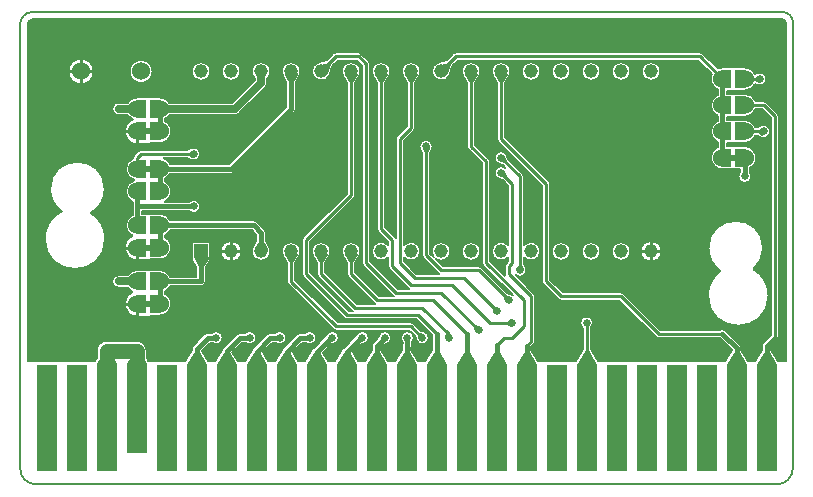
<source format=gbr>
G04 DesignSpark PCB PRO Gerber Version 10.0 Build 5299*
G04 #@! TF.Part,Single*
G04 #@! TF.FileFunction,Copper,L1,Top*
G04 #@! TF.FilePolarity,Positive*
%FSLAX35Y35*%
%MOIN*%
G04 #@! TA.AperFunction,SMDPad,CuDef*
%ADD29R,0.06693X0.29528*%
%ADD28R,0.06693X0.35433*%
%AMT74*0 Bullet Pad at angle 90*21,1,0.06000,0.03000,0,0,90*%
%ADD74T74*%
%ADD77R,0.04000X0.02200*%
G04 #@! TA.AperFunction,ComponentPad*
%ADD72R,0.04559X0.04559*%
G04 #@! TD.AperFunction*
%ADD15C,0.00500*%
%ADD23C,0.01000*%
%ADD24C,0.01500*%
%ADD26C,0.02500*%
G04 #@! TA.AperFunction,ViaPad*
%ADD27C,0.02677*%
%ADD25C,0.03200*%
G04 #@! TA.AperFunction,ComponentPad*
%ADD73C,0.04559*%
G04 #@! TD.AperFunction*
%ADD22C,0.05000*%
%ADD75C,0.06000*%
G04 #@! TA.AperFunction,SMDPad,CuDef*
%AMT76*0 Bullet Pad at angle 270*21,1,0.06000,0.03000,0,0,270*%
%ADD76T76*%
G04 #@! TD.AperFunction*
X0Y0D02*
D02*
D15*
X139815Y163109D02*
Y50734D01*
X162215D01*
G75*
G02*
X162416Y51146I3105J-1263D01*
G01*
X162813Y51835D01*
Y54228D01*
G75*
G02*
X166166Y57580I3352J0D01*
G01*
X176166D01*
G75*
G02*
X179518Y54228I0J-3352D01*
G01*
Y51835D01*
X179915Y51146D01*
G75*
G02*
X180117Y50734I-2903J-1675D01*
G01*
X192448D01*
X194563Y54397D01*
Y54841D01*
G75*
G02*
Y54844I621J1D01*
G01*
G75*
G02*
X195033Y55978I1602J1D01*
G01*
X198783Y59728D01*
G75*
G02*
X199919Y60197I1133J-1133D01*
G01*
X201168D01*
G75*
G02*
X204853Y58594I1494J-1602D01*
G01*
G75*
G02*
X201168Y56992I-2191J0D01*
G01*
X200580D01*
X197847Y54260D01*
X199883Y50734D01*
X202448D01*
X204602Y54463D01*
G75*
G02*
X205033Y55249I1564J-348D01*
G01*
X209511Y59728D01*
G75*
G02*
X210648Y60197I1133J-1133D01*
G01*
X212418D01*
G75*
G02*
X216103Y58594I1494J-1602D01*
G01*
G75*
G02*
X212418Y56992I-2191J0D01*
G01*
X211308D01*
X208114Y53798D01*
X209883Y50734D01*
X212448D01*
X214719Y54667D01*
G75*
G02*
X215035Y55113I1446J-689D01*
G01*
X219647Y59726D01*
G75*
G02*
X220782Y60197I1135J-1131D01*
G01*
X222418D01*
G75*
G02*
X226103Y58594I1494J-1602D01*
G01*
G75*
G02*
X222418Y56992I-2191J0D01*
G01*
X221446D01*
X218165Y53711D01*
X219883Y50734D01*
X222448D01*
X224719Y54667D01*
G75*
G02*
X225035Y55113I1446J-689D01*
G01*
X229647Y59726D01*
G75*
G02*
X230782Y60197I1135J-1131D01*
G01*
X232418D01*
G75*
G02*
X236103Y58594I1494J-1602D01*
G01*
G75*
G02*
X232418Y56992I-2191J0D01*
G01*
X231446D01*
X228165Y53711D01*
X229883Y50734D01*
X232448D01*
X234778Y54769D01*
G75*
G02*
X235307Y55320I1388J-802D01*
G01*
X239367Y59380D01*
G75*
G02*
X243603Y58594I2045J-786D01*
G01*
G75*
G02*
X240967Y56449I-2191J0D01*
G01*
X238188Y53670D01*
X239883Y50734D01*
X242448D01*
X244778Y54769D01*
G75*
G02*
X245260Y55290I1388J-801D01*
G01*
X249377Y59406D01*
G75*
G02*
X253603Y58594I2035J-812D01*
G01*
G75*
G02*
X250954Y56452I-2191J0D01*
G01*
X248182Y53680D01*
X249883Y50734D01*
X252448D01*
X254563Y54397D01*
Y55848D01*
G75*
G02*
X255035Y56983I1602J0D01*
G01*
X256722Y58671D01*
G75*
G02*
X261103Y58594I2190J-76D01*
G01*
G75*
G02*
X258988Y56405I-2191J0D01*
G01*
X257768Y55185D01*
Y54397D01*
X259883Y50734D01*
X262448D01*
X264563Y54397D01*
Y56089D01*
G75*
G02*
Y56093I878J2D01*
G01*
G75*
G02*
Y56094I796J1D01*
G01*
G75*
G02*
X264809Y56948I1602J0D01*
G01*
Y57100D01*
G75*
G02*
X267825Y60269I1602J1494D01*
G01*
X267102Y60992D01*
X242662D01*
G75*
G02*
X241704Y61389I0J1352D01*
G01*
X226717Y76377D01*
G75*
G02*
X226319Y77335I955J957D01*
G01*
Y83457D01*
X224976Y85783D01*
G75*
G02*
X224540Y87378I2696J1594D01*
G01*
G75*
G02*
X230804I3132J0D01*
G01*
G75*
G02*
X230367Y85783I-3132J0D01*
G01*
X229024Y83457D01*
Y77895D01*
X243222Y63697D01*
X267662D01*
G75*
G02*
X268619Y63300I0J-1352D01*
G01*
X270926Y60993D01*
X271979Y60711D01*
G75*
G02*
X272016Y60700I-352J-1309D01*
G01*
G75*
G02*
X273603Y58594I-604J-2106D01*
G01*
G75*
G02*
X269306Y57990I-2191J0D01*
G01*
G75*
G02*
X269295Y58028I1298J389D01*
G01*
X269013Y59080D01*
X268086Y60008D01*
G75*
G02*
X268014Y57100I-1674J-1413D01*
G01*
Y56346D01*
G75*
G02*
Y56342I-878J-2D01*
G01*
G75*
G02*
Y56341I-796J0D01*
G01*
G75*
G02*
X267768Y55487I-1602J0D01*
G01*
Y54397D01*
X269883Y50734D01*
X272448D01*
X274563Y54397D01*
Y59534D01*
X269356Y64742D01*
X246412D01*
G75*
G02*
X245454Y65139I0J1352D01*
G01*
X231707Y78887D01*
G75*
G02*
X231309Y79844I955J957D01*
G01*
Y91094D01*
G75*
G02*
X231707Y92052I1352J0D01*
G01*
X246319Y106665D01*
Y143457D01*
X244976Y145783D01*
G75*
G02*
X244540Y147378I2696J1594D01*
G01*
G75*
G02*
X250804I3132J0D01*
G01*
G75*
G02*
X250367Y145783I-3132J0D01*
G01*
X249024Y143457D01*
Y106104D01*
G75*
G02*
X248627Y105147I-1352J0D01*
G01*
X234014Y90534D01*
Y80405D01*
X246972Y67447D01*
X248206D01*
G75*
G02*
X247964Y67639I715J1148D01*
G01*
X236717Y78887D01*
G75*
G02*
X236319Y79844I955J957D01*
G01*
Y83457D01*
X234976Y85783D01*
G75*
G02*
X234540Y87378I2696J1594D01*
G01*
G75*
G02*
X240804I3132J0D01*
G01*
G75*
G02*
X240367Y85783I-3132J0D01*
G01*
X239024Y83457D01*
Y80405D01*
X249482Y69947D01*
X255706D01*
G75*
G02*
X255464Y70139I715J1148D01*
G01*
X246717Y78887D01*
G75*
G02*
X246319Y79844I955J957D01*
G01*
Y83457D01*
X244976Y85783D01*
G75*
G02*
X244540Y87378I2696J1594D01*
G01*
G75*
G02*
X250804I3132J0D01*
G01*
G75*
G02*
X250367Y85783I-3132J0D01*
G01*
X249024Y83457D01*
Y80405D01*
X256982Y72447D01*
X261946D01*
G75*
G02*
X261704Y72639I715J1148D01*
G01*
X251707Y82637D01*
G75*
G02*
X251309Y83594I955J957D01*
G01*
Y149284D01*
X249602Y150992D01*
X243198D01*
X241401Y149194D01*
X240697Y146567D01*
G75*
G02*
X240694Y146555I-1187J300D01*
G01*
G75*
G02*
X234540Y147378I-3022J823D01*
G01*
G75*
G02*
X236849Y150400I3132J0D01*
G01*
G75*
G02*
X236861Y150403I406J-1549D01*
G01*
X239488Y151107D01*
X241681Y153300D01*
G75*
G02*
X242638Y153697I957J-955D01*
G01*
X250162D01*
G75*
G02*
X251119Y153300I0J-1352D01*
G01*
X253617Y150802D01*
G75*
G02*
X254014Y149844I-955J-957D01*
G01*
Y84155D01*
X263222Y74947D01*
X266946D01*
G75*
G02*
X266704Y75139I715J1148D01*
G01*
X260457Y81387D01*
G75*
G02*
X260059Y82344I955J957D01*
G01*
Y85351D01*
G75*
G02*
X254540Y87378I-2388J2027D01*
G01*
G75*
G02*
X260059Y89405I3132J0D01*
G01*
Y90534D01*
X256717Y93877D01*
G75*
G02*
X256319Y94835I955J957D01*
G01*
Y143457D01*
X254976Y145783D01*
G75*
G02*
X254540Y147378I2696J1594D01*
G01*
G75*
G02*
X260804I3132J0D01*
G01*
G75*
G02*
X260367Y145783I-3132J0D01*
G01*
X259024Y143457D01*
Y95395D01*
X262367Y92052D01*
G75*
G02*
X262559Y91810I-956J-957D01*
G01*
Y124844D01*
G75*
G02*
X262957Y125802I1352J0D01*
G01*
X266319Y129165D01*
Y143457D01*
X264976Y145783D01*
G75*
G02*
X264540Y147378I2696J1594D01*
G01*
G75*
G02*
X270804I3132J0D01*
G01*
G75*
G02*
X270367Y145783I-3132J0D01*
G01*
X269024Y143457D01*
Y128604D01*
G75*
G02*
X268627Y127647I-1352J0D01*
G01*
X265264Y124284D01*
Y89381D01*
G75*
G02*
X270804Y87378I2407J-2003D01*
G01*
G75*
G02*
X265264Y85375I-3132J0D01*
G01*
Y84155D01*
X269472Y79947D01*
X276946D01*
G75*
G02*
X276704Y80139I715J1148D01*
G01*
X271707Y85137D01*
G75*
G02*
X271309Y86094I955J957D01*
G01*
Y120305D01*
X270764Y121249D01*
G75*
G02*
X270742Y121288I1167J680D01*
G01*
G75*
G02*
X270471Y122344I1920J1056D01*
G01*
Y122344D01*
G75*
G02*
X274853I2191J0D01*
G01*
Y122344D01*
G75*
G02*
X274581Y121288I-2191J0D01*
G01*
G75*
G02*
X274559Y121249I-1189J640D01*
G01*
X274014Y120305D01*
Y86655D01*
X275155Y85514D01*
G75*
G02*
X274540Y87378I2517J1864D01*
G01*
G75*
G02*
X280804I3132J0D01*
G01*
G75*
G02*
X275808Y84861I-3132J0D01*
G01*
X278222Y82447D01*
X290162D01*
G75*
G02*
X291119Y82050I0J-1352D01*
G01*
X299676Y73493D01*
X300729Y73211D01*
G75*
G02*
X300766Y73200I-352J-1309D01*
G01*
G75*
G02*
X301576Y72769I-604J-2106D01*
G01*
X291707Y82637D01*
G75*
G02*
X291309Y83594I955J957D01*
G01*
Y116784D01*
X286717Y121377D01*
G75*
G02*
X286319Y122335I955J957D01*
G01*
Y143457D01*
X284976Y145783D01*
G75*
G02*
X284540Y147378I2696J1594D01*
G01*
G75*
G02*
X290804I3132J0D01*
G01*
G75*
G02*
X290367Y145783I-3132J0D01*
G01*
X289024Y143457D01*
Y122895D01*
X293617Y118302D01*
G75*
G02*
X294014Y117344I-955J-957D01*
G01*
Y84155D01*
X298978Y79191D01*
G75*
G02*
X298809Y79844I1184J654D01*
G01*
Y82344D01*
G75*
G02*
X299207Y83302I1352J0D01*
G01*
X300059Y84155D01*
Y85351D01*
G75*
G02*
X294540Y87378I-2388J2027D01*
G01*
G75*
G02*
X300059Y89405I3132J0D01*
G01*
Y109284D01*
X298148Y111196D01*
X297095Y111478D01*
G75*
G02*
X297057Y111489I352J1309D01*
G01*
G75*
G02*
X295471Y113594I604J2106D01*
G01*
G75*
G02*
X299076Y115268I2191J0D01*
G01*
X298148Y116196D01*
X297095Y116478D01*
G75*
G02*
X297057Y116489I352J1309D01*
G01*
G75*
G02*
X295471Y118594I604J2106D01*
G01*
G75*
G02*
X299768Y119199I2191J0D01*
G01*
G75*
G02*
X299778Y119161I-1298J-389D01*
G01*
X300060Y118109D01*
X304867Y113302D01*
G75*
G02*
X305264Y112344I-955J-957D01*
G01*
Y89381D01*
G75*
G02*
X310804Y87378I2407J-2003D01*
G01*
G75*
G02*
X305264Y85375I-3132J0D01*
G01*
Y83134D01*
X305809Y82190D01*
G75*
G02*
X305831Y82151I-1167J-680D01*
G01*
G75*
G02*
X306103Y81095I-1920J-1056D01*
G01*
Y81094D01*
G75*
G02*
X302498Y79420I-2191J0D01*
G01*
X308617Y73302D01*
G75*
G02*
X309014Y72344I-955J-957D01*
G01*
Y57344D01*
G75*
G02*
X308617Y56387I-1352J0D01*
G01*
X307768Y55538D01*
Y54397D01*
X309883Y50734D01*
X322487D01*
X324813Y54763D01*
Y61871D01*
G75*
G02*
X323975Y63594I1352J1724D01*
G01*
G75*
G02*
X328357I2191J0D01*
G01*
G75*
G02*
X327518Y61871I-2191J0D01*
G01*
Y54763D01*
X329844Y50734D01*
X372448D01*
X374563Y54397D01*
Y54427D01*
X370498Y58492D01*
X350162D01*
G75*
G02*
X349204Y58889I0J1352D01*
G01*
X337102Y70992D01*
X317662D01*
G75*
G02*
X316704Y71389I0J1352D01*
G01*
X311707Y76387D01*
G75*
G02*
X311309Y77344I955J957D01*
G01*
Y109294D01*
X296717Y123887D01*
G75*
G02*
X296319Y124844I955J957D01*
G01*
Y143457D01*
X294976Y145783D01*
G75*
G02*
X294540Y147378I2696J1594D01*
G01*
G75*
G02*
X300804I3132J0D01*
G01*
G75*
G02*
X300367Y145783I-3132J0D01*
G01*
X299024Y143457D01*
Y125405D01*
X313617Y110812D01*
G75*
G02*
X314014Y109854I-955J-957D01*
G01*
Y77905D01*
X318222Y73697D01*
X337662D01*
G75*
G02*
X338619Y73300I0J-1352D01*
G01*
X350722Y61197D01*
X370552D01*
G75*
G02*
X372545Y60978I859J-1352D01*
G01*
X377297Y56226D01*
G75*
G02*
X377768Y55091I-1131J-1135D01*
G01*
Y54397D01*
X379883Y50734D01*
X382448D01*
X384563Y54397D01*
Y55848D01*
G75*
G02*
X385035Y56983I1602J0D01*
G01*
X387559Y59508D01*
Y131784D01*
X384602Y134742D01*
X382519D01*
G75*
G02*
X378912Y132242I-3607J1352D01*
G01*
X373014D01*
Y131197D01*
X378912D01*
G75*
G02*
X382519Y128697I0J-3852D01*
G01*
X383122D01*
X384066Y129242D01*
G75*
G02*
X384106Y129264I680J-1167D01*
G01*
G75*
G02*
X387353Y127344I1056J-1920D01*
G01*
G75*
G02*
X384106Y125425I-2191J0D01*
G01*
G75*
G02*
X384066Y125447I640J1189D01*
G01*
X383122Y125992D01*
X382519D01*
G75*
G02*
X378912Y123492I-3607J1352D01*
G01*
X373014D01*
Y122447D01*
X378912D01*
G75*
G02*
X380514Y115091I0J-3852D01*
G01*
Y113839D01*
G75*
G02*
X381103Y112344I-1602J-1494D01*
G01*
G75*
G02*
X376721I-2191J0D01*
G01*
G75*
G02*
X377309Y113839I2191J0D01*
G01*
Y114742D01*
X371412D01*
G75*
G02*
X369809Y122098I0J3852D01*
G01*
Y123841D01*
G75*
G02*
Y130848I1602J3503D01*
G01*
Y132591D01*
G75*
G02*
Y139598I1602J3503D01*
G01*
Y141341D01*
G75*
G02*
X367905Y146439I1603J3504D01*
G01*
X363352Y150992D01*
X283222D01*
X281410Y149180D01*
X280698Y146573D01*
G75*
G02*
X274540Y147378I-3027J805D01*
G01*
G75*
G02*
X276907Y150415I3132J0D01*
G01*
X279502Y151098D01*
X281704Y153300D01*
G75*
G02*
X282662Y153697I957J-955D01*
G01*
X363912D01*
G75*
G02*
X364869Y153300I0J-1352D01*
G01*
X369817Y148352D01*
G75*
G02*
X371412Y148697I1594J-3507D01*
G01*
X378912D01*
G75*
G02*
X382392Y146497I0J-3852D01*
G01*
X382816Y146742D01*
G75*
G02*
X382856Y146764I680J-1167D01*
G01*
G75*
G02*
X386103Y144844I1056J-1920D01*
G01*
G75*
G02*
X382856Y142925I-2191J0D01*
G01*
G75*
G02*
X382816Y142947I640J1189D01*
G01*
X382392Y143192D01*
G75*
G02*
X378912Y140992I-3480J1652D01*
G01*
X373014D01*
Y139947D01*
X378912D01*
G75*
G02*
X382519Y137447I0J-3852D01*
G01*
X385162D01*
G75*
G02*
X386119Y137050I0J-1352D01*
G01*
X389867Y133302D01*
G75*
G02*
X390264Y132344I-955J-957D01*
G01*
Y59454D01*
G75*
G02*
X390045Y57461I-1352J-859D01*
G01*
X387768Y55185D01*
Y54397D01*
X389883Y50734D01*
X392516D01*
Y163602D01*
G75*
G03*
X391412Y164706I-1104J0D01*
G01*
X141412D01*
G75*
G03*
X139815Y163109I0J-1596D01*
G01*
X160927Y100191D02*
G75*
G02*
X165719Y91596I-5313J-8595D01*
G01*
G75*
G02*
X145510I-10104J0D01*
G01*
G75*
G02*
X151186Y100678I10104J0D01*
G01*
G75*
G02*
X147321Y108132I5256J7454D01*
G01*
G75*
G02*
X165561I9120J0D01*
G01*
G75*
G02*
X160927Y100191I-9120J0D01*
G01*
X153412Y147344D02*
G75*
G02*
X161912I4250J0D01*
G01*
G75*
G02*
X153412I-4250J0D01*
G01*
X200804Y85117D02*
G75*
G02*
Y85108I-1789J-4D01*
G01*
G75*
G02*
Y85098I-1841J-5D01*
G01*
G75*
G02*
Y85089I-1789J-4D01*
G01*
G75*
G02*
Y85080I-1841J-5D01*
G01*
Y84246D01*
X200559D01*
X199274Y82020D01*
Y77378D01*
G75*
G02*
X198798Y76239I-1602J0D01*
G01*
X198778Y76218D01*
G75*
G02*
X197638Y75742I-1139J1127D01*
G01*
X187415D01*
G75*
G02*
X185514Y73841I-3503J1602D01*
G01*
Y73348D01*
G75*
G02*
X183912Y65992I-1602J-3503D01*
G01*
X180662D01*
Y65594D01*
X176412D01*
G75*
G02*
X174881Y73809I0J4250D01*
G01*
G75*
G02*
X173184Y75242I1531J3535D01*
G01*
X170778D01*
G75*
G02*
X167971Y77344I-617J2102D01*
G01*
G75*
G02*
X170778Y79447I2191J0D01*
G01*
X173184D01*
G75*
G02*
X176412Y81197I3228J-2102D01*
G01*
X183912D01*
G75*
G02*
X187415Y78947I0J-3852D01*
G01*
X196069D01*
Y82020D01*
X194784Y84246D01*
X194540D01*
Y85080D01*
G75*
G02*
Y85089I1867J5D01*
G01*
G75*
G02*
Y85098I1765J5D01*
G01*
G75*
G02*
Y85108I1867J5D01*
G01*
G75*
G02*
Y85117I1765J5D01*
G01*
Y90510D01*
X200804D01*
Y85117D01*
X214540Y147378D02*
G75*
G02*
X220804I3132J0D01*
G01*
G75*
G02*
X219764Y145048I-3132J0D01*
G01*
Y143594D01*
G75*
G02*
X219148Y142107I-2102J0D01*
G01*
X210399Y133358D01*
G75*
G02*
X208912Y132742I-1487J1486D01*
G01*
X187140D01*
G75*
G02*
X185514Y131341I-3228J2102D01*
G01*
Y130848D01*
G75*
G02*
X183912Y123492I-1602J-3503D01*
G01*
X180662D01*
Y123094D01*
X176412D01*
G75*
G02*
X174881Y131309I0J4250D01*
G01*
G75*
G02*
X173184Y132742I1531J3535D01*
G01*
X170778D01*
G75*
G02*
X167971Y134844I-617J2102D01*
G01*
G75*
G02*
X170778Y136947I2191J0D01*
G01*
X173184D01*
G75*
G02*
X176412Y138697I3228J-2102D01*
G01*
X183912D01*
G75*
G02*
X187140Y136947I0J-3852D01*
G01*
X208041D01*
X215559Y144465D01*
Y145065D01*
G75*
G02*
X214540Y147378I2113J2313D01*
G01*
X224540D02*
G75*
G02*
X230804I3132J0D01*
G01*
G75*
G02*
X230400Y145841I-3132J0D01*
G01*
G75*
G02*
X230384Y145812I-1379J756D01*
G01*
X229274Y143889D01*
Y134854D01*
G75*
G02*
X228803Y133719I-1602J0D01*
G01*
X208797Y113713D01*
G75*
G02*
X207662Y113242I-1135J1131D01*
G01*
X187415D01*
G75*
G02*
X185514Y111341I-3503J1602D01*
G01*
Y110848D01*
G75*
G02*
X185728Y103947I-1602J-3503D01*
G01*
X193668D01*
G75*
G02*
X197353Y102344I1494J-1602D01*
G01*
G75*
G02*
X193668Y100742I-2191J0D01*
G01*
X178014D01*
Y99947D01*
X183912D01*
G75*
G02*
X187415Y97697I0J-3852D01*
G01*
X215159D01*
G75*
G02*
X216295Y97228I3J-1602D01*
G01*
X218805Y94718D01*
G75*
G02*
X219274Y93585I-1133J-1133D01*
G01*
G75*
G02*
Y93584I-627J0D01*
G01*
G75*
G02*
Y93581I-621J-1D01*
G01*
Y90867D01*
X220384Y88944D01*
G75*
G02*
X220400Y88915I-1363J-784D01*
G01*
G75*
G02*
X220804Y87378I-2729J-1537D01*
G01*
G75*
G02*
X214540I-3132J0D01*
G01*
G75*
G02*
X214943Y88915I3132J0D01*
G01*
G75*
G02*
X214959Y88944I1379J-756D01*
G01*
X216069Y90867D01*
Y92921D01*
X214498Y94492D01*
X187415D01*
G75*
G02*
X185514Y92591I-3503J1602D01*
G01*
Y92098D01*
G75*
G02*
X183912Y84742I-1602J-3503D01*
G01*
X180662D01*
Y84344D01*
X176412D01*
G75*
G02*
X174881Y92559I0J4250D01*
G01*
G75*
G02*
X174809Y99598I1531J3535D01*
G01*
Y103841D01*
G75*
G02*
X175530Y111094I1602J3503D01*
G01*
G75*
G02*
X175059Y118452I882J3750D01*
G01*
Y118594D01*
G75*
G02*
X175457Y119552I1352J0D01*
G01*
X176704Y120800D01*
G75*
G02*
X177662Y121197I957J-955D01*
G01*
X193122D01*
X194066Y121742D01*
G75*
G02*
X194106Y121764I680J-1167D01*
G01*
G75*
G02*
X197353Y119844I1056J-1920D01*
G01*
G75*
G02*
X194106Y117925I-2191J0D01*
G01*
G75*
G02*
X194066Y117947I640J1189D01*
G01*
X193122Y118492D01*
X185151D01*
G75*
G02*
X187415Y116447I-1239J-3648D01*
G01*
X206998D01*
X226069Y135518D01*
Y143889D01*
X224959Y145812D01*
G75*
G02*
X224943Y145841I1363J784D01*
G01*
G75*
G02*
X224540Y147378I2729J1537D01*
G01*
X204142Y87378D02*
G75*
G02*
X211201I3530J0D01*
G01*
G75*
G02*
X204142I-3530J0D01*
G01*
X173809Y147344D02*
G75*
G02*
X181514I3852J0D01*
G01*
G75*
G02*
X173809I-3852J0D01*
G01*
X194540Y147378D02*
G75*
G02*
X200804I3132J0D01*
G01*
G75*
G02*
X194540I-3132J0D01*
G01*
X204540D02*
G75*
G02*
X210804I3132J0D01*
G01*
G75*
G02*
X204540I-3132J0D01*
G01*
X381752Y81459D02*
G75*
G02*
X386821Y72699I-5035J-8761D01*
G01*
G75*
G02*
X366613I-10104J0D01*
G01*
G75*
G02*
X370793Y80884I10104J0D01*
G01*
G75*
G02*
X366770Y88447I5098J7563D01*
G01*
G75*
G02*
X385010I9120J0D01*
G01*
G75*
G02*
X381752Y81459I-9120J0D01*
G01*
X284540Y87378D02*
G75*
G02*
X290804I3132J0D01*
G01*
G75*
G02*
X284540I-3132J0D01*
G01*
X304540Y147378D02*
G75*
G02*
X310804I3132J0D01*
G01*
G75*
G02*
X304540I-3132J0D01*
G01*
X314540Y87378D02*
G75*
G02*
X320804I3132J0D01*
G01*
G75*
G02*
X314540I-3132J0D01*
G01*
Y147378D02*
G75*
G02*
X320804I3132J0D01*
G01*
G75*
G02*
X314540I-3132J0D01*
G01*
X324540Y87378D02*
G75*
G02*
X330804I3132J0D01*
G01*
G75*
G02*
X324540I-3132J0D01*
G01*
Y147378D02*
G75*
G02*
X330804I3132J0D01*
G01*
G75*
G02*
X324540I-3132J0D01*
G01*
X334540Y87378D02*
G75*
G02*
X340804I3132J0D01*
G01*
G75*
G02*
X334540I-3132J0D01*
G01*
Y147378D02*
G75*
G02*
X340804I3132J0D01*
G01*
G75*
G02*
X334540I-3132J0D01*
G01*
X344142Y87378D02*
G75*
G02*
X351201I3530J0D01*
G01*
G75*
G02*
X344142I-3530J0D01*
G01*
X344540Y147378D02*
G75*
G02*
X350804I3132J0D01*
G01*
G75*
G02*
X344540I-3132J0D01*
G01*
X140065Y78052D02*
G36*
X140065Y78052D02*
Y50984D01*
X162328D01*
G75*
G02*
X162416Y51146I3001J-1519D01*
G01*
X162813Y51835D01*
Y54228D01*
G75*
G02*
X166166Y57580I3352J0D01*
G01*
X176166D01*
G75*
G02*
X179518Y54228I0J-3352D01*
G01*
Y51835D01*
X179915Y51146D01*
G75*
G02*
X180003Y50984I-2913J-1681D01*
G01*
X192593D01*
X194563Y54397D01*
Y54841D01*
Y54844D01*
Y54844D01*
G75*
G02*
X195033Y55978I1603J0D01*
G01*
X198783Y59728D01*
G75*
G02*
X199919Y60197I1133J-1132D01*
G01*
X201168D01*
G75*
G02*
X204853Y58594I1494J-1603D01*
G01*
G75*
G02*
X201168Y56992I-2191J0D01*
G01*
X200580D01*
X197847Y54260D01*
X199739Y50984D01*
X202593D01*
X204602Y54463D01*
G75*
G02*
X205033Y55249I1561J-346D01*
G01*
X209511Y59728D01*
G75*
G02*
X210648Y60197I1133J-1132D01*
G01*
X212418D01*
G75*
G02*
X216103Y58594I1494J-1603D01*
G01*
G75*
G02*
X212418Y56992I-2191J0D01*
G01*
X211308D01*
X208114Y53798D01*
X209739Y50984D01*
X212593D01*
X214719Y54667D01*
G75*
G02*
X215035Y55113I1440J-684D01*
G01*
X219647Y59726D01*
G75*
G02*
X220782Y60197I1135J-1130D01*
G01*
X222418D01*
G75*
G02*
X226103Y58594I1494J-1603D01*
G01*
G75*
G02*
X222418Y56992I-2191J0D01*
G01*
X221446D01*
X218165Y53711D01*
X219739Y50984D01*
X222593D01*
X224719Y54667D01*
G75*
G02*
X225035Y55113I1440J-684D01*
G01*
X229647Y59726D01*
G75*
G02*
X230782Y60197I1135J-1130D01*
G01*
X232418D01*
G75*
G02*
X236103Y58594I1494J-1603D01*
G01*
G75*
G02*
X232418Y56992I-2191J0D01*
G01*
X231446D01*
X228165Y53711D01*
X229739Y50984D01*
X232593D01*
X234778Y54769D01*
G75*
G02*
X235307Y55320I1387J-801D01*
G01*
X239367Y59380D01*
G75*
G02*
X243603Y58594I2045J-786D01*
G01*
G75*
G02*
X240967Y56449I-2191J0D01*
G01*
X238188Y53670D01*
X239739Y50984D01*
X242593D01*
X244778Y54769D01*
G75*
G02*
X245260Y55290I1387J-800D01*
G01*
X249377Y59406D01*
G75*
G02*
X253603Y58594I2035J-812D01*
G01*
G75*
G02*
X250954Y56452I-2191J0D01*
G01*
X248182Y53680D01*
X249739Y50984D01*
X252593D01*
X254563Y54397D01*
Y55848D01*
Y55849D01*
G75*
G02*
X255035Y56983I1602J0D01*
G01*
X256722Y58671D01*
G75*
G02*
X261103Y58594I2190J-76D01*
G01*
G75*
G02*
X258988Y56405I-2191J0D01*
G01*
X257768Y55185D01*
Y54397D01*
X259739Y50984D01*
X262593D01*
X264563Y54397D01*
Y56089D01*
Y56093D01*
Y56094D01*
G75*
G02*
Y56096I1538J1D01*
G01*
G75*
G02*
X264809Y56948I1598J0D01*
G01*
Y57100D01*
G75*
G02*
X264221Y58594I1602J1494D01*
G01*
G75*
G02*
X267825Y60269I2191J0D01*
G01*
X267102Y60992D01*
X242662D01*
G75*
G02*
X241704Y61389I-1J1350D01*
G01*
X226717Y76377D01*
G75*
G02*
X226319Y77334I953J957D01*
G01*
G75*
G02*
Y77335I1253J0D01*
G01*
Y78052D01*
X199274D01*
Y77378D01*
Y77378D01*
G75*
G02*
X198798Y76239I-1602J0D01*
G01*
X198778Y76218D01*
G75*
G02*
X197638Y75742I-1139J1126D01*
G01*
X187415D01*
G75*
G02*
X185514Y73841I-3502J1601D01*
G01*
Y73348D01*
G75*
G02*
X187764Y69844I-1602J-3503D01*
G01*
G75*
G02*
X183912Y65992I-3852J0D01*
G01*
X180662D01*
Y65594D01*
X176412D01*
G75*
G02*
X172161Y69844I0J4250D01*
G01*
G75*
G02*
X174881Y73809I4250J0D01*
G01*
G75*
G02*
X173184Y75242I1532J3537D01*
G01*
X170778D01*
G75*
G02*
X167971Y77344I-617J2102D01*
G01*
G75*
G02*
X168088Y78052I2191J0D01*
G01*
X140065D01*
G37*
X229024D02*
G36*
X229024Y78052D02*
Y77895D01*
X243222Y63697D01*
X267662D01*
G75*
G02*
X268619Y63300I1J-1350D01*
G01*
X270926Y60993D01*
X271979Y60711D01*
G75*
G02*
X272016Y60700I-194J-753D01*
G01*
G75*
G02*
X273603Y58595I-604J-2106D01*
G01*
Y58594D01*
G75*
G02*
X269306Y57990I-2191J0D01*
G01*
G75*
G02*
X269295Y58028I742J231D01*
G01*
X269013Y59080D01*
X268086Y60008D01*
G75*
G02*
X268603Y58594I-1674J-1413D01*
G01*
G75*
G02*
X268014Y57100I-2191J0D01*
G01*
Y56346D01*
Y56342D01*
Y56341D01*
G75*
G02*
Y56339I-1538J0D01*
G01*
G75*
G02*
X267768Y55487I-1598J0D01*
G01*
Y54397D01*
X269739Y50984D01*
X272593D01*
X274563Y54397D01*
Y59534D01*
X269356Y64742D01*
X246412D01*
G75*
G02*
X245454Y65139I-1J1350D01*
G01*
X232542Y78052D01*
X229024D01*
G37*
X237552D02*
G36*
X237552Y78052D02*
X236367D01*
X246972Y67447D01*
X248206D01*
G75*
G02*
X247964Y67639I708J1139D01*
G01*
X237552Y78052D01*
G37*
X247552D02*
G36*
X247552Y78052D02*
X241377D01*
X249482Y69947D01*
X255706D01*
G75*
G02*
X255464Y70139I708J1139D01*
G01*
X247552Y78052D01*
G37*
X256292D02*
G36*
X256292Y78052D02*
X251377D01*
X256982Y72447D01*
X261946D01*
G75*
G02*
X261704Y72639I708J1139D01*
G01*
X256292Y78052D01*
G37*
X260117D02*
G36*
X260117Y78052D02*
X263222Y74947D01*
X266946D01*
G75*
G02*
X266704Y75139I708J1139D01*
G01*
X263792Y78052D01*
X260117D01*
G37*
X296292D02*
G36*
X296292Y78052D02*
X295117D01*
X299676Y73493D01*
X300729Y73211D01*
G75*
G02*
X300766Y73200I-194J-753D01*
G01*
G75*
G02*
X301576Y72769I-606J-2111D01*
G01*
X296292Y78052D01*
G37*
X307768Y55538D02*
G36*
X307768Y55538D02*
Y54397D01*
X309739Y50984D01*
X322632D01*
X324813Y54763D01*
Y61871D01*
G75*
G02*
X323975Y63594I1354J1724D01*
G01*
G75*
G02*
X328357I2191J0D01*
G01*
G75*
G02*
X327518Y61871I-2192J1D01*
G01*
Y54763D01*
X329700Y50984D01*
X372593D01*
X374563Y54397D01*
Y54427D01*
X370498Y58492D01*
X350162D01*
G75*
G02*
X349204Y58889I-1J1350D01*
G01*
X337102Y70992D01*
X317662D01*
G75*
G02*
X316704Y71389I-1J1350D01*
G01*
X311707Y76387D01*
G75*
G02*
X311309Y77344I953J957D01*
G01*
Y78052D01*
X303867D01*
X308617Y73302D01*
G75*
G02*
X309014Y72345I-953J-957D01*
G01*
G75*
G02*
Y72344I-1253J0D01*
G01*
Y57344D01*
G75*
G02*
X308617Y56387I-1350J-1D01*
G01*
X307768Y55538D01*
G37*
X314014Y78052D02*
G36*
X314014Y78052D02*
Y77905D01*
X318222Y73697D01*
X337662D01*
G75*
G02*
X338619Y73300I1J-1350D01*
G01*
X350722Y61197D01*
X370552D01*
G75*
G02*
X372545Y60978I859J-1352D01*
G01*
X377297Y56226D01*
G75*
G02*
X377768Y55091I-1130J-1135D01*
G01*
Y55091D01*
Y54397D01*
X379739Y50984D01*
X382593D01*
X384563Y54397D01*
Y55848D01*
Y55849D01*
G75*
G02*
X385035Y56983I1602J0D01*
G01*
X387559Y59508D01*
Y78052D01*
X385287D01*
G75*
G02*
X386821Y72700I-8569J-5352D01*
G01*
G75*
G02*
Y72699I-15038J0D01*
G01*
G75*
G02*
X366613I-10104J0D01*
G01*
G75*
G02*
X368147Y78052I10105J0D01*
G01*
X314014D01*
G37*
X387768Y55185D02*
G36*
X387768Y55185D02*
Y54397D01*
X389739Y50984D01*
X392266D01*
Y78052D01*
X390264D01*
Y59454D01*
G75*
G02*
X390514Y58594I-1352J-859D01*
G01*
G75*
G02*
X390045Y57461I-1602J0D01*
G01*
X387768Y55185D01*
G37*
X140065Y87378D02*
G36*
X140065Y87378D02*
Y78052D01*
X168088D01*
G75*
G02*
X170778Y79447I2074J-707D01*
G01*
X173184D01*
G75*
G02*
X176412Y81197I3228J-2103D01*
G01*
X183912D01*
G75*
G02*
X187415Y78947I0J-3852D01*
G01*
X196069D01*
Y82020D01*
X194784Y84246D01*
X194540D01*
Y85080D01*
Y85089D01*
Y85098D01*
Y85108D01*
Y85117D01*
Y87378D01*
X187567D01*
G75*
G02*
X183912Y84742I-3655J1217D01*
G01*
X180662D01*
Y84344D01*
X176412D01*
G75*
G02*
X172339Y87378I0J4250D01*
G01*
X164796D01*
G75*
G02*
X146433I-9181J4219D01*
G01*
X140065D01*
G37*
X199274Y82020D02*
G36*
X199274Y82020D02*
Y78052D01*
X226319D01*
Y83457D01*
X224976Y85783D01*
G75*
G02*
X224540Y87378I2697J1595D01*
G01*
X220804D01*
G75*
G02*
X214540I-3132J0D01*
G01*
X211201D01*
G75*
G02*
X204142I-3530J0D01*
G01*
X200804D01*
Y85117D01*
Y85108D01*
Y85098D01*
Y85089D01*
Y85080D01*
Y84246D01*
X200559D01*
X199274Y82020D01*
G37*
X229024Y83457D02*
G36*
X229024Y83457D02*
Y78052D01*
X232542D01*
X231707Y78887D01*
G75*
G02*
X231309Y79844I953J957D01*
G01*
Y87378D01*
X230804D01*
G75*
G02*
X230367Y85783I-3133J0D01*
G01*
X229024Y83457D01*
G37*
X234014Y87378D02*
G36*
X234014Y87378D02*
Y80405D01*
X236367Y78052D01*
X237552D01*
X236717Y78887D01*
G75*
G02*
X236319Y79844I953J957D01*
G01*
Y83457D01*
X234976Y85783D01*
G75*
G02*
X234540Y87378I2697J1595D01*
G01*
X234014D01*
G37*
X239024Y83457D02*
G36*
X239024Y83457D02*
Y80405D01*
X241377Y78052D01*
X247552D01*
X246717Y78887D01*
G75*
G02*
X246319Y79844I953J957D01*
G01*
Y83457D01*
X244976Y85783D01*
G75*
G02*
X244540Y87378I2697J1595D01*
G01*
X240804D01*
G75*
G02*
X240367Y85783I-3133J0D01*
G01*
X239024Y83457D01*
G37*
X249024D02*
G36*
X249024Y83457D02*
Y80405D01*
X251377Y78052D01*
X256292D01*
X251707Y82637D01*
G75*
G02*
X251309Y83594I953J957D01*
G01*
Y87378D01*
X250804D01*
G75*
G02*
X250367Y85783I-3133J0D01*
G01*
X249024Y83457D01*
G37*
X254014Y87378D02*
G36*
X254014Y87378D02*
Y84155D01*
X260117Y78052D01*
X263792D01*
X260457Y81387D01*
G75*
G02*
X260059Y82344I953J957D01*
G01*
Y85351D01*
G75*
G02*
X254540Y87378I-2388J2026D01*
G01*
Y87378D01*
X254014D01*
G37*
X265264Y85375D02*
G36*
X265264Y85375D02*
Y84155D01*
X269472Y79947D01*
X276946D01*
G75*
G02*
X276704Y80139I708J1139D01*
G01*
X271707Y85137D01*
G75*
G02*
X271309Y86094I953J957D01*
G01*
Y87378D01*
X270804D01*
G75*
G02*
X265264Y85375I-3132J0D01*
G01*
G37*
X274014Y87378D02*
G36*
X274014Y87378D02*
Y86655D01*
X275155Y85514D01*
G75*
G02*
X274540Y87378I2519J1865D01*
G01*
X274014D01*
G37*
X275808Y84861D02*
G36*
X275808Y84861D02*
X278222Y82447D01*
X290162D01*
G75*
G02*
X291119Y82050I1J-1350D01*
G01*
X295117Y78052D01*
X296292D01*
X291707Y82637D01*
G75*
G02*
X291309Y83594I953J957D01*
G01*
Y87378D01*
X290804D01*
G75*
G02*
X284540I-3132J0D01*
G01*
X280804D01*
G75*
G02*
X275808Y84861I-3132J0D01*
G01*
G37*
X294014Y87378D02*
G36*
X294014Y87378D02*
Y84155D01*
X298978Y79191D01*
G75*
G02*
X298809Y79844I1187J654D01*
G01*
Y82344D01*
G75*
G02*
Y82345I1253J0D01*
G01*
G75*
G02*
X299207Y83302I1350J0D01*
G01*
X300059Y84155D01*
Y85351D01*
G75*
G02*
X294540Y87378I-2388J2026D01*
G01*
Y87378D01*
X294014D01*
G37*
X302498Y79420D02*
G36*
X302498Y79420D02*
X303867Y78052D01*
X311309D01*
Y87378D01*
X310804D01*
G75*
G02*
X305264Y85375I-3132J0D01*
G01*
Y83134D01*
X305809Y82190D01*
X305831Y82151D01*
G75*
G02*
X306103Y81095I-1918J-1056D01*
G01*
Y81095D01*
Y81094D01*
G75*
G02*
X302498Y79420I-2191J0D01*
G01*
G37*
X314014Y87378D02*
G36*
X314014Y87378D02*
Y78052D01*
X368147D01*
G75*
G02*
X370793Y80884I8570J-5354D01*
G01*
G75*
G02*
X366833Y87378I5098J7563D01*
G01*
X351201D01*
G75*
G02*
X344142I-3530J0D01*
G01*
X340804D01*
G75*
G02*
X334540I-3132J0D01*
G01*
X330804D01*
G75*
G02*
X324540I-3132J0D01*
G01*
X320804D01*
G75*
G02*
X314540I-3132J0D01*
G01*
X314014D01*
G37*
X384947D02*
G36*
X384947Y87378D02*
G75*
G02*
X381752Y81459I-9057J1069D01*
G01*
G75*
G02*
X385287Y78052I-5033J-8760D01*
G01*
X387559D01*
Y87378D01*
X384947D01*
G37*
X390264D02*
G36*
X390264Y87378D02*
Y78052D01*
X392266D01*
Y87378D01*
X390264D01*
G37*
X140065Y99372D02*
G36*
X140065Y99372D02*
Y87378D01*
X146433D01*
G75*
G02*
X145510Y91596I9182J4219D01*
G01*
Y91597D01*
G75*
G02*
X149162Y99372I10104J0D01*
G01*
X140065D01*
G37*
X165719Y91596D02*
G36*
X165719Y91596D02*
G75*
G02*
X164796Y87378I-10105J0D01*
G01*
X172339D01*
G75*
G02*
X172161Y88594I4072J1217D01*
G01*
G75*
G02*
X174881Y92559I4250J0D01*
G01*
G75*
G02*
X172559Y96094I1531J3535D01*
G01*
G75*
G02*
X174388Y99372I3852J0D01*
G01*
X162067D01*
G75*
G02*
X165719Y91597I-6452J-7775D01*
G01*
Y91596D01*
G37*
X185514Y92591D02*
G36*
X185514Y92591D02*
Y92098D01*
G75*
G02*
X187764Y88594I-1602J-3503D01*
G01*
G75*
G02*
X187567Y87378I-3852J-1D01*
G01*
X194540D01*
Y90510D01*
X200804D01*
Y87378D01*
X204142D01*
G75*
G02*
X211201I3530J0D01*
G01*
X214540D01*
G75*
G02*
Y87379I3470J0D01*
G01*
G75*
G02*
X214943Y88915I3129J0D01*
G01*
G75*
G02*
X214959Y88944I450J-234D01*
G01*
X216069Y90867D01*
Y92921D01*
X214498Y94492D01*
X187415D01*
G75*
G02*
X185514Y92591I-3502J1601D01*
G01*
G37*
X185936Y99372D02*
G36*
X185936Y99372D02*
G75*
G02*
X187415Y97697I-2024J-3277D01*
G01*
X215159D01*
G75*
G02*
X216295Y97228I4J-1601D01*
G01*
X218805Y94718D01*
G75*
G02*
X219274Y93585I-1133J-1133D01*
G01*
Y93584D01*
Y93581D01*
Y90867D01*
X220384Y88944D01*
G75*
G02*
X220400Y88915I-434J-263D01*
G01*
G75*
G02*
X220804Y87379I-2726J-1536D01*
G01*
G75*
G02*
Y87378I-3470J0D01*
G01*
X224540D01*
G75*
G02*
X230804I3132J0D01*
G01*
X231309D01*
Y91094D01*
G75*
G02*
Y91095I1253J0D01*
G01*
G75*
G02*
X231707Y92052I1350J0D01*
G01*
X239027Y99372D01*
X185936D01*
G37*
X234014Y90534D02*
G36*
X234014Y90534D02*
Y87378D01*
X234540D01*
G75*
G02*
X240804I3132J0D01*
G01*
X244540D01*
G75*
G02*
X250804I3132J0D01*
G01*
X251309D01*
Y99372D01*
X242852D01*
X234014Y90534D01*
G37*
X254014Y99372D02*
G36*
X254014Y99372D02*
Y87378D01*
X254540D01*
Y87378D01*
G75*
G02*
X260059Y89405I3132J0D01*
G01*
Y90534D01*
X256717Y93877D01*
G75*
G02*
X256319Y94834I953J957D01*
G01*
G75*
G02*
Y94835I1253J0D01*
G01*
Y99372D01*
X254014D01*
G37*
X259024D02*
G36*
X259024Y99372D02*
Y95395D01*
X262367Y92052D01*
G75*
G02*
X262559Y91810I-947J-950D01*
G01*
Y99372D01*
X259024D01*
G37*
X265264D02*
G36*
X265264Y99372D02*
Y89381D01*
G75*
G02*
X270804Y87378I2407J-2003D01*
G01*
X271309D01*
Y99372D01*
X265264D01*
G37*
X274014D02*
G36*
X274014Y99372D02*
Y87378D01*
X274540D01*
G75*
G02*
X280804I3132J0D01*
G01*
X284540D01*
G75*
G02*
X290804I3132J0D01*
G01*
X291309D01*
Y99372D01*
X274014D01*
G37*
X294014D02*
G36*
X294014Y99372D02*
Y87378D01*
X294540D01*
Y87378D01*
G75*
G02*
X300059Y89405I3132J0D01*
G01*
Y99372D01*
X294014D01*
G37*
X305264D02*
G36*
X305264Y99372D02*
Y89381D01*
G75*
G02*
X310804Y87378I2407J-2003D01*
G01*
X311309D01*
Y99372D01*
X305264D01*
G37*
X314014D02*
G36*
X314014Y99372D02*
Y87378D01*
X314540D01*
G75*
G02*
X320804I3132J0D01*
G01*
X324540D01*
G75*
G02*
X330804I3132J0D01*
G01*
X334540D01*
G75*
G02*
X340804I3132J0D01*
G01*
X344142D01*
G75*
G02*
X351201I3530J0D01*
G01*
X366833D01*
G75*
G02*
X366770Y88447I9059J1070D01*
G01*
G75*
G02*
X385010I9120J0D01*
G01*
Y88446D01*
G75*
G02*
X384947Y87378I-9120J2D01*
G01*
X387559D01*
Y99372D01*
X314014D01*
G37*
X390264D02*
G36*
X390264Y99372D02*
Y87378D01*
X392266D01*
Y99372D01*
X390264D01*
G37*
X140065Y147344D02*
G36*
X140065Y147344D02*
Y99372D01*
X149162D01*
G75*
G02*
X151186Y100678I6452J-7776D01*
G01*
G75*
G02*
X147321Y108132I5256J7454D01*
G01*
G75*
G02*
X165561I9120J0D01*
G01*
G75*
G02*
X160927Y100191I-9120J0D01*
G01*
G75*
G02*
X162067Y99372I-5313J-8596D01*
G01*
X174388D01*
G75*
G02*
X174809Y99598I2024J-3277D01*
G01*
Y103841D01*
G75*
G02*
X172559Y107344I1602J3503D01*
G01*
G75*
G02*
X175530Y111094I3852J0D01*
G01*
G75*
G02*
X172559Y114844I882J3750D01*
G01*
G75*
G02*
X175059Y118452I3852J0D01*
G01*
Y118594D01*
G75*
G02*
Y118595I1253J0D01*
G01*
G75*
G02*
X175457Y119552I1350J0D01*
G01*
X176704Y120800D01*
G75*
G02*
X177662Y121197I957J-953D01*
G01*
X193122D01*
X194066Y121742D01*
X194106Y121764D01*
G75*
G02*
X197353Y119844I1056J-1920D01*
G01*
G75*
G02*
X194106Y117925I-2191J0D01*
G01*
X194066Y117947D01*
X193122Y118492D01*
X185151D01*
G75*
G02*
X187415Y116447I-1239J-3647D01*
G01*
X206998D01*
X226069Y135518D01*
Y143889D01*
X224959Y145812D01*
G75*
G02*
X224943Y145841I434J263D01*
G01*
G75*
G02*
X224540Y147344I2726J1537D01*
G01*
X220804D01*
G75*
G02*
X219764Y145048I-3131J33D01*
G01*
Y143594D01*
G75*
G02*
X219148Y142107I-2104J1D01*
G01*
X210399Y133358D01*
G75*
G02*
X208912Y132742I-1488J1488D01*
G01*
X187140D01*
G75*
G02*
X185514Y131341I-3231J2106D01*
G01*
Y130848D01*
G75*
G02*
X187764Y127344I-1602J-3503D01*
G01*
G75*
G02*
X183912Y123492I-3852J0D01*
G01*
X180662D01*
Y123094D01*
X176412D01*
G75*
G02*
X172161Y127344I0J4250D01*
G01*
G75*
G02*
X174881Y131309I4250J0D01*
G01*
G75*
G02*
X173184Y132742I1532J3537D01*
G01*
X170778D01*
G75*
G02*
X167971Y134844I-617J2102D01*
G01*
G75*
G02*
X170778Y136947I2191J0D01*
G01*
X173184D01*
G75*
G02*
X176412Y138697I3228J-2103D01*
G01*
X183912D01*
G75*
G02*
X187140Y136947I0J-3853D01*
G01*
X208041D01*
X215559Y144465D01*
Y145065D01*
G75*
G02*
X214540Y147344I2111J2312D01*
G01*
X210804D01*
G75*
G02*
X204540I-3132J33D01*
G01*
X200804D01*
G75*
G02*
X194540I-3132J33D01*
G01*
X181514D01*
G75*
G02*
X173809I-3852J0D01*
G01*
X161912D01*
G75*
G02*
X153412I-4250J0D01*
G01*
X140065D01*
G37*
X178014Y100742D02*
G36*
X178014Y100742D02*
Y99947D01*
X183912D01*
G75*
G02*
X185936Y99372I0J-3852D01*
G01*
X239027D01*
X246319Y106665D01*
Y143457D01*
X244976Y145783D01*
G75*
G02*
X244540Y147344I2697J1595D01*
G01*
X240905D01*
X240697Y146567D01*
G75*
G02*
X240694Y146555I-392J95D01*
G01*
G75*
G02*
X234540Y147344I-3022J823D01*
G01*
X230804D01*
G75*
G02*
X230400Y145841I-3129J33D01*
G01*
G75*
G02*
X230384Y145812I-450J234D01*
G01*
X229274Y143889D01*
Y134854D01*
Y134854D01*
G75*
G02*
X228803Y133719I-1602J0D01*
G01*
X208797Y113713D01*
G75*
G02*
X207662Y113242I-1135J1130D01*
G01*
X187415D01*
G75*
G02*
X185514Y111341I-3502J1601D01*
G01*
Y110848D01*
G75*
G02*
X187764Y107344I-1602J-3503D01*
G01*
G75*
G02*
X185728Y103947I-3853J0D01*
G01*
X193668D01*
G75*
G02*
X197353Y102344I1494J-1603D01*
G01*
G75*
G02*
X193668Y100742I-2191J0D01*
G01*
X178014D01*
G37*
X248627Y105147D02*
G36*
X248627Y105147D02*
X242852Y99372D01*
X251309D01*
Y147344D01*
X250804D01*
G75*
G02*
X250367Y145783I-3133J34D01*
G01*
X249024Y143457D01*
Y106104D01*
G75*
G02*
X248627Y105147I-1350J-1D01*
G01*
G37*
X254014Y147344D02*
G36*
X254014Y147344D02*
Y99372D01*
X256319D01*
Y143457D01*
X254976Y145783D01*
G75*
G02*
X254540Y147344I2697J1595D01*
G01*
X254014D01*
G37*
X259024Y143457D02*
G36*
X259024Y143457D02*
Y99372D01*
X262559D01*
Y124844D01*
G75*
G02*
Y124845I1253J0D01*
G01*
G75*
G02*
X262957Y125802I1350J0D01*
G01*
X266319Y129165D01*
Y143457D01*
X264976Y145783D01*
G75*
G02*
X264540Y147344I2697J1595D01*
G01*
X260804D01*
G75*
G02*
X260367Y145783I-3133J34D01*
G01*
X259024Y143457D01*
G37*
X265264Y124284D02*
G36*
X265264Y124284D02*
Y99372D01*
X271309D01*
Y120305D01*
X270764Y121249D01*
X270742Y121288D01*
G75*
G02*
X270471Y122344I1918J1056D01*
G01*
Y122344D01*
Y122344D01*
G75*
G02*
X274853I2191J0D01*
G01*
Y122344D01*
Y122344D01*
G75*
G02*
X274581Y121288I-2189J0D01*
G01*
X274559Y121249D01*
X274014Y120305D01*
Y99372D01*
X291309D01*
Y116784D01*
X286717Y121377D01*
G75*
G02*
X286319Y122334I953J957D01*
G01*
G75*
G02*
Y122335I1253J0D01*
G01*
Y143457D01*
X284976Y145783D01*
G75*
G02*
X284540Y147344I2697J1595D01*
G01*
X280909D01*
X280698Y146573D01*
G75*
G02*
X274540Y147344I-3027J805D01*
G01*
X270804D01*
G75*
G02*
X270367Y145783I-3133J34D01*
G01*
X269024Y143457D01*
Y128604D01*
G75*
G02*
X268627Y127647I-1350J-1D01*
G01*
X265264Y124284D01*
G37*
X289024Y143457D02*
G36*
X289024Y143457D02*
Y122895D01*
X293617Y118302D01*
G75*
G02*
X294014Y117345I-953J-957D01*
G01*
G75*
G02*
Y117344I-1253J0D01*
G01*
Y99372D01*
X300059D01*
Y109284D01*
X298148Y111196D01*
X297095Y111478D01*
G75*
G02*
X297057Y111489I194J753D01*
G01*
G75*
G02*
X295471Y113594I604J2106D01*
G01*
Y113594D01*
G75*
G02*
X299076Y115268I2191J0D01*
G01*
X298148Y116196D01*
X297095Y116478D01*
G75*
G02*
X297057Y116489I194J753D01*
G01*
G75*
G02*
X295471Y118594I604J2106D01*
G01*
Y118594D01*
G75*
G02*
X299768Y119199I2191J0D01*
G01*
G75*
G02*
X299778Y119161I-742J-231D01*
G01*
X300060Y118109D01*
X304867Y113302D01*
G75*
G02*
X305264Y112345I-953J-957D01*
G01*
G75*
G02*
Y112344I-1253J0D01*
G01*
Y99372D01*
X311309D01*
Y109294D01*
X296717Y123887D01*
G75*
G02*
X296319Y124844I953J957D01*
G01*
Y143457D01*
X294976Y145783D01*
G75*
G02*
X294540Y147344I2697J1595D01*
G01*
X290804D01*
G75*
G02*
X290367Y145783I-3133J34D01*
G01*
X289024Y143457D01*
G37*
X299024D02*
G36*
X299024Y143457D02*
Y125405D01*
X313617Y110812D01*
G75*
G02*
X314014Y109855I-953J-957D01*
G01*
G75*
G02*
Y109854I-1253J0D01*
G01*
Y99372D01*
X387559D01*
Y131784D01*
X384602Y134742D01*
X382519D01*
G75*
G02*
X378912Y132242I-3607J1352D01*
G01*
X373014D01*
Y131197D01*
X378912D01*
G75*
G02*
X382519Y128697I0J-3852D01*
G01*
X383122D01*
X384066Y129242D01*
X384106Y129264D01*
G75*
G02*
X387353Y127344I1056J-1920D01*
G01*
G75*
G02*
X384106Y125425I-2191J0D01*
G01*
X384066Y125447D01*
X383122Y125992D01*
X382519D01*
G75*
G02*
X378912Y123492I-3607J1352D01*
G01*
X373014D01*
Y122447D01*
X378912D01*
G75*
G02*
X382764Y118594I0J-3852D01*
G01*
G75*
G02*
X380514Y115091I-3852J0D01*
G01*
Y113839D01*
G75*
G02*
X381103Y112344I-1602J-1494D01*
G01*
G75*
G02*
X376721I-2191J0D01*
G01*
G75*
G02*
X377309Y113839I2191J0D01*
G01*
Y114742D01*
X371412D01*
G75*
G02*
X367559Y118594I0J3852D01*
G01*
G75*
G02*
X369809Y122098I3852J0D01*
G01*
Y123841D01*
G75*
G02*
X367559Y127344I1602J3503D01*
G01*
G75*
G02*
X369809Y130848I3852J0D01*
G01*
Y132591D01*
G75*
G02*
X367559Y136094I1602J3503D01*
G01*
G75*
G02*
X369809Y139598I3852J0D01*
G01*
Y141341D01*
G75*
G02*
X367559Y144845I1603J3504D01*
G01*
G75*
G02*
X367905Y146439I3853J0D01*
G01*
X366999Y147344D01*
X350804D01*
G75*
G02*
X344540I-3132J33D01*
G01*
X340804D01*
G75*
G02*
X334540I-3132J33D01*
G01*
X330804D01*
G75*
G02*
X324540I-3132J33D01*
G01*
X320804D01*
G75*
G02*
X314540I-3132J33D01*
G01*
X310804D01*
G75*
G02*
X304540I-3132J33D01*
G01*
X300804D01*
G75*
G02*
X300367Y145783I-3133J34D01*
G01*
X299024Y143457D01*
G37*
X373014Y140992D02*
G36*
X373014Y140992D02*
Y139947D01*
X378912D01*
G75*
G02*
X382519Y137447I0J-3852D01*
G01*
X385162D01*
G75*
G02*
X386119Y137050I1J-1350D01*
G01*
X389867Y133302D01*
G75*
G02*
X390264Y132345I-953J-957D01*
G01*
G75*
G02*
Y132344I-1253J0D01*
G01*
Y99372D01*
X392266D01*
Y147344D01*
X381843D01*
G75*
G02*
X382392Y146497I-2931J-2501D01*
G01*
X382816Y146742D01*
X382856Y146764D01*
G75*
G02*
X386103Y144844I1056J-1920D01*
G01*
G75*
G02*
X382856Y142925I-2191J0D01*
G01*
X382816Y142947D01*
X382392Y143192D01*
G75*
G02*
X378912Y140992I-3480J1652D01*
G01*
X373014D01*
G37*
X140065Y163967D02*
G36*
X140065Y163967D02*
Y147344D01*
X153412D01*
G75*
G02*
X161912I4250J0D01*
G01*
X173809D01*
G75*
G02*
X181514I3852J0D01*
G01*
X194540D01*
G75*
G02*
Y147378I3133J17D01*
G01*
G75*
G02*
X200804I3132J0D01*
G01*
G75*
G02*
Y147344I-3133J-17D01*
G01*
X204540D01*
G75*
G02*
Y147378I3133J17D01*
G01*
G75*
G02*
X210804I3132J0D01*
G01*
G75*
G02*
Y147344I-3133J-17D01*
G01*
X214540D01*
G75*
G02*
Y147378I3148J17D01*
G01*
Y147378D01*
G75*
G02*
X220804I3132J0D01*
G01*
Y147378D01*
G75*
G02*
Y147344I-3117J-17D01*
G01*
X224540D01*
G75*
G02*
Y147377I3126J17D01*
G01*
G75*
G02*
Y147378I3470J0D01*
G01*
G75*
G02*
X230804I3132J0D01*
G01*
G75*
G02*
Y147377I-3470J0D01*
G01*
G75*
G02*
Y147344I-3126J-16D01*
G01*
X234540D01*
G75*
G02*
Y147378I3133J17D01*
G01*
G75*
G02*
X236849Y150400I3132J0D01*
G01*
G75*
G02*
X236861Y150403I107J-389D01*
G01*
X239488Y151107D01*
X241681Y153300D01*
G75*
G02*
X242638Y153697I957J-953D01*
G01*
X250162D01*
G75*
G02*
X251119Y153300I1J-1350D01*
G01*
X253617Y150802D01*
G75*
G02*
X254014Y149845I-953J-957D01*
G01*
G75*
G02*
Y149844I-1253J0D01*
G01*
Y147344D01*
X254540D01*
G75*
G02*
Y147378I3138J17D01*
G01*
G75*
G02*
X260804I3132J0D01*
G01*
G75*
G02*
Y147344I-3138J-17D01*
G01*
X264540D01*
G75*
G02*
Y147378I3138J17D01*
G01*
G75*
G02*
X270804I3132J0D01*
G01*
G75*
G02*
Y147344I-3138J-17D01*
G01*
X274540D01*
G75*
G02*
Y147378I3133J17D01*
G01*
G75*
G02*
X276907Y150415I3132J0D01*
G01*
X279502Y151098D01*
X281704Y153300D01*
G75*
G02*
X282662Y153697I957J-953D01*
G01*
X363912D01*
G75*
G02*
X364869Y153300I1J-1350D01*
G01*
X369817Y148352D01*
G75*
G02*
X371412Y148697I1595J-3513D01*
G01*
X378912D01*
G75*
G02*
X381843Y147344I0J-3852D01*
G01*
X392266D01*
Y164301D01*
G75*
G03*
X392111Y164456I-856J-701D01*
G01*
X140554D01*
G75*
G03*
X140065Y163967I858J-1347D01*
G01*
G37*
X241401Y149194D02*
G36*
X241401Y149194D02*
X240905Y147344D01*
X244540D01*
G75*
G02*
Y147378I3138J17D01*
G01*
G75*
G02*
X250804I3132J0D01*
G01*
G75*
G02*
Y147344I-3138J-17D01*
G01*
X251309D01*
Y149284D01*
X249602Y150992D01*
X243198D01*
X241401Y149194D01*
G37*
X281410Y149180D02*
G36*
X281410Y149180D02*
X280909Y147344D01*
X284540D01*
G75*
G02*
Y147378I3138J17D01*
G01*
G75*
G02*
X290804I3132J0D01*
G01*
G75*
G02*
Y147344I-3138J-17D01*
G01*
X294540D01*
G75*
G02*
Y147378I3138J17D01*
G01*
G75*
G02*
X300804I3132J0D01*
G01*
G75*
G02*
Y147344I-3138J-17D01*
G01*
X304540D01*
G75*
G02*
Y147378I3133J17D01*
G01*
G75*
G02*
X310804I3132J0D01*
G01*
G75*
G02*
Y147344I-3133J-17D01*
G01*
X314540D01*
G75*
G02*
Y147378I3133J17D01*
G01*
G75*
G02*
X320804I3132J0D01*
G01*
G75*
G02*
Y147344I-3133J-17D01*
G01*
X324540D01*
G75*
G02*
Y147378I3133J17D01*
G01*
G75*
G02*
X330804I3132J0D01*
G01*
G75*
G02*
Y147344I-3133J-17D01*
G01*
X334540D01*
G75*
G02*
Y147378I3133J17D01*
G01*
G75*
G02*
X340804I3132J0D01*
G01*
G75*
G02*
Y147344I-3133J-17D01*
G01*
X344540D01*
G75*
G02*
Y147378I3133J17D01*
G01*
G75*
G02*
X350804I3132J0D01*
G01*
G75*
G02*
Y147344I-3133J-17D01*
G01*
X366999D01*
X363352Y150992D01*
X283222D01*
X281410Y149180D01*
G37*
X142627Y9707D02*
X389487D01*
G75*
G03*
X394985Y15204I0J5497D01*
G01*
Y163602D01*
G75*
G03*
X391412Y167174I-3573J0D01*
G01*
X141412D01*
G75*
G03*
X137347Y163109I0J-4065D01*
G01*
Y14987D01*
G75*
G03*
X142627Y9707I5280J0D01*
G01*
D02*
D22*
X166166Y50937D02*
X165319Y49470D01*
X167012D01*
X166166Y50937D01*
G36*
X166166Y50937D02*
X165319Y49470D01*
X167012D01*
X166166Y50937D01*
G37*
X176166Y34707D02*
Y54228D01*
X166166D01*
Y31754D01*
X176166Y50937D02*
X175319Y49470D01*
X177012D01*
X176166Y50937D01*
G36*
X176166Y50937D02*
X175319Y49470D01*
X177012D01*
X176166Y50937D01*
G37*
D02*
D23*
X155162Y147344D02*
X153162D01*
X157662Y144844D02*
Y142844D01*
Y149844D02*
Y151844D01*
X160162Y147344D02*
X162162D01*
X173912Y69844D02*
X171912D01*
X173912Y88594D02*
X171912D01*
X173912Y127344D02*
X171912D01*
X176412Y67344D02*
Y65344D01*
Y86094D02*
Y84094D01*
Y124844D02*
Y122844D01*
X193485Y119844D02*
X194743Y120571D01*
G75*
G03*
Y119118I419J-726D01*
G01*
X193485Y119844D01*
G36*
X193485Y119844D02*
X194743Y120571D01*
G75*
G03*
Y119118I419J-726D01*
G01*
X193485Y119844D01*
G37*
X195162D02*
X177662D01*
X176412Y118594D01*
Y114844D01*
X205892Y87378D02*
X203892D01*
X207672Y85598D02*
Y83598D01*
Y89157D02*
Y91157D01*
X209451Y87378D02*
X211451D01*
X227672Y83819D02*
X226131Y86488D01*
G75*
G03*
X229213I1541J890D01*
G01*
X227672Y83819D01*
G36*
X227672Y83819D02*
X226131Y86488D01*
G75*
G03*
X229213I1541J890D01*
G01*
X227672Y83819D01*
G37*
Y87378D02*
Y77335D01*
X242662Y62344D01*
X267662D01*
X271412Y58594D01*
X237672Y83819D02*
X236131Y86488D01*
G75*
G03*
X239213I1541J890D01*
G01*
X237672Y83819D01*
G36*
X237672Y83819D02*
X236131Y86488D01*
G75*
G03*
X239213I1541J890D01*
G01*
X237672Y83819D01*
G37*
Y87378D02*
Y79844D01*
X248922Y68594D01*
X271412D01*
X280162Y59844D01*
Y58594D01*
X240188Y149894D02*
X239391Y146917D01*
G75*
G03*
X237211Y149097I-1719J461D01*
G01*
X240188Y149894D01*
G36*
X240188Y149894D02*
X239391Y146917D01*
G75*
G03*
X237211Y149097I-1719J461D01*
G01*
X240188Y149894D01*
G37*
X247672Y83819D02*
X246131Y86488D01*
G75*
G03*
X249213I1541J890D01*
G01*
X247672Y83819D01*
G36*
X247672Y83819D02*
X246131Y86488D01*
G75*
G03*
X249213I1541J890D01*
G01*
X247672Y83819D01*
G37*
Y87378D02*
Y79844D01*
X256422Y71094D01*
X274916D01*
X286166Y59844D01*
X247672Y143819D02*
X246131Y146488D01*
G75*
G03*
X249213I1541J890D01*
G01*
X247672Y143819D01*
G36*
X247672Y143819D02*
X246131Y146488D01*
G75*
G03*
X249213I1541J890D01*
G01*
X247672Y143819D01*
G37*
Y147378D02*
Y106104D01*
X232662Y91094D01*
Y79844D01*
X246412Y66094D01*
X269916D01*
X276166Y59844D01*
X257672Y143819D02*
X256131Y146488D01*
G75*
G03*
X259213I1541J890D01*
G01*
X257672Y143819D01*
G36*
X257672Y143819D02*
X256131Y146488D01*
G75*
G03*
X259213I1541J890D01*
G01*
X257672Y143819D01*
G37*
X267672D02*
X266131Y146488D01*
G75*
G03*
X269213I1541J890D01*
G01*
X267672Y143819D01*
G36*
X267672Y143819D02*
X266131Y146488D01*
G75*
G03*
X269213I1541J890D01*
G01*
X267672Y143819D01*
G37*
X270226Y59780D02*
X271629Y59405D01*
G75*
G03*
X270602Y58377I-217J-810D01*
G01*
X270226Y59780D01*
G36*
X270226Y59780D02*
X271629Y59405D01*
G75*
G03*
X270602Y58377I-217J-810D01*
G01*
X270226Y59780D01*
G37*
X272662Y120667D02*
X271935Y121925D01*
G75*
G03*
X273388I726J419D01*
G01*
X272662Y120667D01*
G36*
X272662Y120667D02*
X271935Y121925D01*
G75*
G03*
X273388I726J419D01*
G01*
X272662Y120667D01*
G37*
Y122344D02*
Y86094D01*
X277662Y81094D01*
X290162D01*
X300162Y71094D01*
X277672Y147378D02*
X277695D01*
X282662Y152344D01*
X363912D01*
X371412Y144844D01*
X279779Y60228D02*
X280773Y59169D01*
G75*
G03*
X279359Y58837I-611J-574D01*
G01*
X279779Y60228D01*
G36*
X279779Y60228D02*
X280773Y59169D01*
G75*
G03*
X279359Y58837I-611J-574D01*
G01*
X279779Y60228D01*
G37*
X280200Y149883D02*
X279388Y146909D01*
G75*
G03*
X277219Y149099I-1717J469D01*
G01*
X280200Y149883D01*
G36*
X280200Y149883D02*
X279388Y146909D01*
G75*
G03*
X277219Y149099I-1717J469D01*
G01*
X280200Y149883D01*
G37*
X287672Y143819D02*
X286131Y146488D01*
G75*
G03*
X289213I1541J890D01*
G01*
X287672Y143819D01*
G36*
X287672Y143819D02*
X286131Y146488D01*
G75*
G03*
X289213I1541J890D01*
G01*
X287672Y143819D01*
G37*
X288976Y62280D02*
X290379Y61905D01*
G75*
G03*
X289352Y60877I-217J-810D01*
G01*
X288976Y62280D01*
G36*
X288976Y62280D02*
X290379Y61905D01*
G75*
G03*
X289352Y60877I-217J-810D01*
G01*
X288976Y62280D01*
G37*
X290162Y61094D02*
X277662Y73594D01*
X262662D01*
X252662Y83594D01*
Y149844D01*
X250162Y152344D01*
X242638D01*
X237672Y147378D01*
X295226Y68530D02*
X296629Y68155D01*
G75*
G03*
X295602Y67127I-217J-810D01*
G01*
X295226Y68530D01*
G36*
X295226Y68530D02*
X296629Y68155D01*
G75*
G03*
X295602Y67127I-217J-810D01*
G01*
X295226Y68530D01*
G37*
X296166Y56094D02*
X298666Y58594D01*
X301412D01*
X305162Y62344D01*
Y71094D01*
X292662Y83594D01*
Y117344D01*
X287672Y122335D01*
Y147378D01*
X296412Y67344D02*
X285162Y78594D01*
X268912D01*
X263912Y83594D01*
Y124844D01*
X267672Y128604D01*
Y147378D01*
X297662Y113594D02*
X301412Y109844D01*
Y83594D01*
X300162Y82344D01*
Y79844D01*
X307662Y72344D01*
Y57344D01*
X306166Y55848D01*
X297672Y143819D02*
X296131Y146488D01*
G75*
G03*
X299213I1541J890D01*
G01*
X297672Y143819D01*
G36*
X297672Y143819D02*
X296131Y146488D01*
G75*
G03*
X299213I1541J890D01*
G01*
X297672Y143819D01*
G37*
X298848Y112409D02*
X297444Y112784D01*
G75*
G03*
X298472Y113812I217J810D01*
G01*
X298848Y112409D01*
G36*
X298848Y112409D02*
X297444Y112784D01*
G75*
G03*
X298472Y113812I217J810D01*
G01*
X298848Y112409D01*
G37*
Y117409D02*
X297444Y117784D01*
G75*
G03*
X298472Y118812I217J810D01*
G01*
X298848Y117409D01*
G36*
X298848Y117409D02*
X297444Y117784D01*
G75*
G03*
X298472Y118812I217J810D01*
G01*
X298848Y117409D01*
G37*
X298976Y72280D02*
X300379Y71905D01*
G75*
G03*
X299352Y70877I-217J-810D01*
G01*
X298976Y72280D01*
G36*
X298976Y72280D02*
X300379Y71905D01*
G75*
G03*
X299352Y70877I-217J-810D01*
G01*
X298976Y72280D01*
G37*
X299735Y63594D02*
X300993Y64321D01*
G75*
G03*
Y62868I419J-726D01*
G01*
X299735Y63594D01*
G36*
X299735Y63594D02*
X300993Y64321D01*
G75*
G03*
Y62868I419J-726D01*
G01*
X299735Y63594D01*
G37*
X301412D02*
X293912D01*
X281412Y76094D01*
X267662D01*
X261412Y82344D01*
Y91094D01*
X257672Y94835D01*
Y147378D01*
X303912Y81094D02*
Y112344D01*
X297662Y118594D01*
X303912Y82772D02*
X304638Y81514D01*
G75*
G03*
X303185I-726J-419D01*
G01*
X303912Y82772D01*
G36*
X303912Y82772D02*
X304638Y81514D01*
G75*
G03*
X303185I-726J-419D01*
G01*
X303912Y82772D01*
G37*
X326166Y31754D02*
Y63594D01*
Y54401D02*
X323319Y49470D01*
X329012D01*
X326166Y54401D01*
G36*
X326166Y54401D02*
X323319Y49470D01*
X329012D01*
X326166Y54401D01*
G37*
X345892Y87378D02*
X343892D01*
X347672Y85598D02*
Y83598D01*
Y89157D02*
Y91157D01*
X349451Y87378D02*
X351451D01*
X371412Y59844D02*
X350162D01*
X337662Y72344D01*
X317662D01*
X312662Y77344D01*
Y109854D01*
X297672Y124844D01*
Y147378D01*
X378912Y136094D02*
X385162D01*
X388912Y132344D01*
Y58594D01*
X378912Y144844D02*
X383912D01*
X382235D02*
X383493Y145571D01*
G75*
G03*
Y144118I419J-726D01*
G01*
X382235Y144844D01*
G36*
X382235Y144844D02*
X383493Y145571D01*
G75*
G03*
Y144118I419J-726D01*
G01*
X382235Y144844D01*
G37*
X383485Y127344D02*
X384743Y128071D01*
G75*
G03*
Y126618I419J-726D01*
G01*
X383485Y127344D01*
G36*
X383485Y127344D02*
X384743Y128071D01*
G75*
G03*
Y126618I419J-726D01*
G01*
X383485Y127344D01*
G37*
X385162D02*
X378912D01*
D02*
D24*
X176412Y96094D02*
Y102344D01*
Y107344D01*
X183912Y69844D02*
Y77344D01*
X197638D01*
X197672Y77378D01*
Y87378D01*
X183912Y96094D02*
Y88594D01*
Y114844D02*
Y107344D01*
Y134844D02*
Y127344D01*
X195162Y102344D02*
X176412D01*
X196166Y53968D02*
X193569Y49470D01*
X198762D01*
X196166Y53968D01*
G36*
X196166Y53968D02*
X193569Y49470D01*
X198762D01*
X196166Y53968D01*
G37*
X197672Y82449D02*
X199201Y85098D01*
X196142D01*
X197672Y82449D01*
G36*
X197672Y82449D02*
X199201Y85098D01*
X196142D01*
X197672Y82449D01*
G37*
X202662Y58594D02*
X199916D01*
X196166Y54844D01*
Y31754D01*
X206166Y53968D02*
X203569Y49470D01*
X208762D01*
X206166Y53968D01*
G36*
X206166Y53968D02*
X203569Y49470D01*
X208762D01*
X206166Y53968D01*
G37*
X213912Y58594D02*
X210644D01*
X206166Y54116D01*
Y31754D01*
X216166Y53968D02*
X213569Y49470D01*
X218762D01*
X216166Y53968D01*
G36*
X216166Y53968D02*
X213569Y49470D01*
X218762D01*
X216166Y53968D01*
G37*
X217672Y87378D02*
Y93585D01*
X215162Y96094D01*
X183912D01*
X217672Y90437D02*
X218996Y88143D01*
G75*
G03*
X216347I-1325J-765D01*
G01*
X217672Y90437D01*
G36*
X217672Y90437D02*
X218996Y88143D01*
G75*
G03*
X216347I-1325J-765D01*
G01*
X217672Y90437D01*
G37*
X223912Y58594D02*
X220782D01*
X216166Y53978D01*
Y31754D01*
X226166D02*
Y53978D01*
X230782Y58594D01*
X233912D01*
X226166Y53968D02*
X223569Y49470D01*
X228762D01*
X226166Y53968D01*
G36*
X226166Y53968D02*
X223569Y49470D01*
X228762D01*
X226166Y53968D01*
G37*
X227672Y144319D02*
X226347Y146613D01*
G75*
G03*
X228996I1325J765D01*
G01*
X227672Y144319D01*
G36*
X227672Y144319D02*
X226347Y146613D01*
G75*
G03*
X228996I1325J765D01*
G01*
X227672Y144319D01*
G37*
Y147378D02*
Y134854D01*
X207662Y114844D01*
X183912D01*
X236166Y31754D02*
Y53913D01*
X240847Y58594D01*
X241412D01*
X236166Y53968D02*
X233569Y49470D01*
X238762D01*
X236166Y53968D01*
G36*
X236166Y53968D02*
X233569Y49470D01*
X238762D01*
X236166Y53968D01*
G37*
X246166Y31754D02*
Y53929D01*
X250831Y58594D01*
X251412D01*
X246166Y53968D02*
X243569Y49470D01*
X248762D01*
X246166Y53968D01*
G36*
X246166Y53968D02*
X243569Y49470D01*
X248762D01*
X246166Y53968D01*
G37*
X256166Y31754D02*
Y55848D01*
X258912Y58594D01*
X256166Y53968D02*
X253569Y49470D01*
X258762D01*
X256166Y53968D01*
G36*
X256166Y53968D02*
X253569Y49470D01*
X258762D01*
X256166Y53968D01*
G37*
X266166Y31754D02*
Y56094D01*
X266412Y56341D01*
Y58594D01*
X266166Y53968D02*
X263569Y49470D01*
X268762D01*
X266166Y53968D01*
G36*
X266166Y53968D02*
X263569Y49470D01*
X268762D01*
X266166Y53968D01*
G37*
X276166D02*
X273569Y49470D01*
X278762D01*
X276166Y53968D01*
G36*
X276166Y53968D02*
X273569Y49470D01*
X278762D01*
X276166Y53968D01*
G37*
Y59844D02*
Y31754D01*
X286166Y53968D02*
X283569Y49470D01*
X288762D01*
X286166Y53968D01*
G36*
X286166Y53968D02*
X283569Y49470D01*
X288762D01*
X286166Y53968D01*
G37*
Y59844D02*
Y31754D01*
X296166D02*
Y56094D01*
Y53968D02*
X293569Y49470D01*
X298762D01*
X296166Y53968D01*
G36*
X296166Y53968D02*
X293569Y49470D01*
X298762D01*
X296166Y53968D01*
G37*
X306166D02*
X303569Y49470D01*
X308762D01*
X306166Y53968D01*
G36*
X306166Y53968D02*
X303569Y49470D01*
X308762D01*
X306166Y53968D01*
G37*
Y55848D02*
Y31754D01*
X371412Y127344D02*
Y118594D01*
Y136094D02*
Y127344D01*
Y144844D02*
Y136094D01*
X376166Y31754D02*
Y55091D01*
X371412Y59844D01*
X376166Y53968D02*
X373569Y49470D01*
X378762D01*
X376166Y53968D01*
G36*
X376166Y53968D02*
X373569Y49470D01*
X378762D01*
X376166Y53968D01*
G37*
X378912Y112344D02*
Y118594D01*
X386166Y53968D02*
X383569Y49470D01*
X388762D01*
X386166Y53968D01*
G36*
X386166Y53968D02*
X383569Y49470D01*
X388762D01*
X386166Y53968D01*
G37*
X388912Y58594D02*
X386166Y55848D01*
Y31754D01*
D02*
D25*
X145162Y67344D03*
Y129844D03*
Y157344D03*
X176199Y60593D03*
X185162Y157344D03*
X186183Y60343D03*
X225162Y157344D03*
X242662Y129844D03*
X262662D03*
X265162Y157344D03*
X282662Y129844D03*
X302662D03*
X305162Y157344D03*
X322662Y129844D03*
X333912Y66094D03*
X342662Y129844D03*
X345162Y157344D03*
X360162Y66094D03*
X361412Y103594D03*
X362662Y129844D03*
D02*
D26*
X176412Y77344D02*
X170162D01*
X176412Y134844D02*
X170162D01*
X183912D02*
X208912D01*
X217662Y143594D01*
Y147368D01*
X217672Y147378D01*
D02*
D27*
X170162Y77344D03*
Y134844D03*
X195162Y102344D03*
Y119844D03*
X202662Y58594D03*
X213912D03*
X223912D03*
X233912D03*
X241412D03*
X251412D03*
X258912D03*
X266412D03*
X271412D03*
X272662Y122344D03*
X280162Y58594D03*
X290162Y61094D03*
X296412Y67344D03*
X297662Y113594D03*
Y118594D03*
X300162Y71094D03*
X301412Y63594D03*
X303912Y81094D03*
X326166Y63594D03*
X378912Y112344D03*
X383912Y144844D03*
X385162Y127344D03*
D02*
D28*
X146166Y31754D03*
X156166D03*
X166166D03*
X186166D03*
X196166D03*
X206166D03*
X216166D03*
X226166D03*
X236166D03*
X246166D03*
X256166D03*
X266166D03*
X276166D03*
X286166D03*
X296166D03*
X306166D03*
X316166D03*
X326166D03*
X336166D03*
X346166D03*
X356166D03*
X366166D03*
X376166D03*
X386166D03*
D02*
D29*
X176166Y34707D03*
D02*
D72*
X197672Y87378D03*
D02*
D73*
Y147378D03*
X207672Y87378D03*
Y147378D03*
X217672Y87378D03*
Y147378D03*
X227672Y87378D03*
Y147378D03*
X237672Y87378D03*
Y147378D03*
X247672Y87378D03*
Y147378D03*
X257672Y87378D03*
Y147378D03*
X267672Y87378D03*
Y147378D03*
X277672Y87378D03*
Y147378D03*
X287672Y87378D03*
Y147378D03*
X297672Y87378D03*
Y147378D03*
X307672Y87378D03*
Y147378D03*
X317672Y87378D03*
Y147378D03*
X327672Y87378D03*
Y147378D03*
X337672Y87378D03*
Y147378D03*
X347672Y87378D03*
Y147378D03*
D02*
D74*
X177912Y69844D03*
D02*
D75*
X176412D03*
D02*
D74*
X177912Y77344D03*
D02*
D75*
X176412D03*
D02*
D74*
X177912Y88594D03*
D02*
D75*
X176412D03*
D02*
D74*
X177912Y96094D03*
D02*
D75*
X176412D03*
D02*
D74*
X177912Y107344D03*
D02*
D75*
X176412D03*
D02*
D74*
X177912Y114844D03*
D02*
D75*
X176412D03*
D02*
D74*
X177912Y127344D03*
D02*
D75*
X176412D03*
D02*
D74*
X177912Y134844D03*
D02*
D75*
X176412D03*
D02*
D74*
X372912Y118594D03*
D02*
D75*
X371412D03*
D02*
D74*
X372912Y127344D03*
D02*
D75*
X371412D03*
D02*
D74*
X372912Y136094D03*
D02*
D75*
X371412D03*
D02*
D74*
X372912Y144844D03*
D02*
D75*
X371412D03*
X157662Y147344D03*
X177662D03*
D02*
D76*
X182412Y69844D03*
D02*
D75*
X183912D03*
D02*
D76*
X182412Y77344D03*
D02*
D75*
X183912D03*
D02*
D76*
X182412Y88594D03*
D02*
D75*
X183912D03*
D02*
D76*
X182412Y96094D03*
D02*
D75*
X183912D03*
D02*
D76*
X182412Y107344D03*
D02*
D75*
X183912D03*
D02*
D76*
X182412Y114844D03*
D02*
D75*
X183912D03*
D02*
D76*
X182412Y127344D03*
D02*
D75*
X183912D03*
D02*
D76*
X182412Y134844D03*
D02*
D75*
X183912D03*
D02*
D76*
X377412Y118594D03*
D02*
D75*
X378912D03*
D02*
D76*
X377412Y127344D03*
D02*
D75*
X378912D03*
D02*
D76*
X377412Y136094D03*
D02*
D75*
X378912D03*
D02*
D76*
X377412Y144844D03*
D02*
D75*
X378912D03*
D02*
D77*
X180162Y69844D03*
Y88594D03*
Y114844D03*
Y127344D03*
X375162Y118594D03*
X0Y0D02*
M02*

</source>
